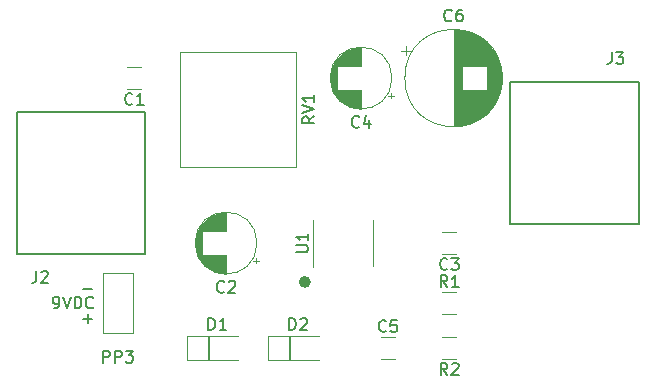
<source format=gbr>
G04 #@! TF.GenerationSoftware,KiCad,Pcbnew,(5.1.5-0-10_14)*
G04 #@! TF.CreationDate,2020-02-11T13:30:23+00:00*
G04 #@! TF.ProjectId,K1889054_A2000_01,4b313838-3930-4353-945f-41323030305f,1.0*
G04 #@! TF.SameCoordinates,Original*
G04 #@! TF.FileFunction,Legend,Top*
G04 #@! TF.FilePolarity,Positive*
%FSLAX46Y46*%
G04 Gerber Fmt 4.6, Leading zero omitted, Abs format (unit mm)*
G04 Created by KiCad (PCBNEW (5.1.5-0-10_14)) date 2020-02-11 13:30:23*
%MOMM*%
%LPD*%
G04 APERTURE LIST*
%ADD10C,0.500000*%
%ADD11C,0.120000*%
%ADD12C,0.150000*%
%ADD13C,0.200000*%
G04 APERTURE END LIST*
D10*
X128780000Y-106780000D02*
G75*
G03X128780000Y-106780000I-250000J0D01*
G01*
D11*
X134310000Y-103490000D02*
X134310000Y-101540000D01*
X134310000Y-103490000D02*
X134310000Y-105440000D01*
X129190000Y-105490000D02*
X129190000Y-101540000D01*
D12*
X104120000Y-104410000D02*
X115020000Y-104410000D01*
X104120000Y-92410000D02*
X115020000Y-92410000D01*
X115020000Y-92410000D02*
X115020000Y-104410000D01*
X104120000Y-104410000D02*
X104120000Y-92410000D01*
D11*
X137110302Y-86805000D02*
X137110302Y-87605000D01*
X136710302Y-87205000D02*
X137510302Y-87205000D01*
X145201000Y-88987000D02*
X145201000Y-90053000D01*
X145161000Y-88752000D02*
X145161000Y-90288000D01*
X145121000Y-88572000D02*
X145121000Y-90468000D01*
X145081000Y-88422000D02*
X145081000Y-90618000D01*
X145041000Y-88291000D02*
X145041000Y-90749000D01*
X145001000Y-88174000D02*
X145001000Y-90866000D01*
X144961000Y-88067000D02*
X144961000Y-90973000D01*
X144921000Y-87968000D02*
X144921000Y-91072000D01*
X144881000Y-87875000D02*
X144881000Y-91165000D01*
X144841000Y-87789000D02*
X144841000Y-91251000D01*
X144801000Y-87707000D02*
X144801000Y-91333000D01*
X144761000Y-87630000D02*
X144761000Y-91410000D01*
X144721000Y-87556000D02*
X144721000Y-91484000D01*
X144681000Y-87486000D02*
X144681000Y-91554000D01*
X144641000Y-87418000D02*
X144641000Y-91622000D01*
X144601000Y-87354000D02*
X144601000Y-91686000D01*
X144561000Y-87292000D02*
X144561000Y-91748000D01*
X144521000Y-87233000D02*
X144521000Y-91807000D01*
X144481000Y-87175000D02*
X144481000Y-91865000D01*
X144441000Y-87120000D02*
X144441000Y-91920000D01*
X144401000Y-87066000D02*
X144401000Y-91974000D01*
X144361000Y-87015000D02*
X144361000Y-92025000D01*
X144321000Y-86964000D02*
X144321000Y-92076000D01*
X144281000Y-86916000D02*
X144281000Y-92124000D01*
X144241000Y-86869000D02*
X144241000Y-92171000D01*
X144201000Y-86823000D02*
X144201000Y-92217000D01*
X144161000Y-86779000D02*
X144161000Y-92261000D01*
X144121000Y-86736000D02*
X144121000Y-92304000D01*
X144081000Y-86694000D02*
X144081000Y-92346000D01*
X144041000Y-86653000D02*
X144041000Y-92387000D01*
X144001000Y-86613000D02*
X144001000Y-92427000D01*
X143961000Y-86575000D02*
X143961000Y-92465000D01*
X143921000Y-86537000D02*
X143921000Y-92503000D01*
X143881000Y-90560000D02*
X143881000Y-92539000D01*
X143881000Y-86501000D02*
X143881000Y-88480000D01*
X143841000Y-90560000D02*
X143841000Y-92575000D01*
X143841000Y-86465000D02*
X143841000Y-88480000D01*
X143801000Y-90560000D02*
X143801000Y-92610000D01*
X143801000Y-86430000D02*
X143801000Y-88480000D01*
X143761000Y-90560000D02*
X143761000Y-92644000D01*
X143761000Y-86396000D02*
X143761000Y-88480000D01*
X143721000Y-90560000D02*
X143721000Y-92676000D01*
X143721000Y-86364000D02*
X143721000Y-88480000D01*
X143681000Y-90560000D02*
X143681000Y-92709000D01*
X143681000Y-86331000D02*
X143681000Y-88480000D01*
X143641000Y-90560000D02*
X143641000Y-92740000D01*
X143641000Y-86300000D02*
X143641000Y-88480000D01*
X143601000Y-90560000D02*
X143601000Y-92770000D01*
X143601000Y-86270000D02*
X143601000Y-88480000D01*
X143561000Y-90560000D02*
X143561000Y-92800000D01*
X143561000Y-86240000D02*
X143561000Y-88480000D01*
X143521000Y-90560000D02*
X143521000Y-92829000D01*
X143521000Y-86211000D02*
X143521000Y-88480000D01*
X143481000Y-90560000D02*
X143481000Y-92858000D01*
X143481000Y-86182000D02*
X143481000Y-88480000D01*
X143441000Y-90560000D02*
X143441000Y-92885000D01*
X143441000Y-86155000D02*
X143441000Y-88480000D01*
X143401000Y-90560000D02*
X143401000Y-92912000D01*
X143401000Y-86128000D02*
X143401000Y-88480000D01*
X143361000Y-90560000D02*
X143361000Y-92938000D01*
X143361000Y-86102000D02*
X143361000Y-88480000D01*
X143321000Y-90560000D02*
X143321000Y-92964000D01*
X143321000Y-86076000D02*
X143321000Y-88480000D01*
X143281000Y-90560000D02*
X143281000Y-92989000D01*
X143281000Y-86051000D02*
X143281000Y-88480000D01*
X143241000Y-90560000D02*
X143241000Y-93013000D01*
X143241000Y-86027000D02*
X143241000Y-88480000D01*
X143201000Y-90560000D02*
X143201000Y-93037000D01*
X143201000Y-86003000D02*
X143201000Y-88480000D01*
X143161000Y-90560000D02*
X143161000Y-93060000D01*
X143161000Y-85980000D02*
X143161000Y-88480000D01*
X143121000Y-90560000D02*
X143121000Y-93082000D01*
X143121000Y-85958000D02*
X143121000Y-88480000D01*
X143081000Y-90560000D02*
X143081000Y-93104000D01*
X143081000Y-85936000D02*
X143081000Y-88480000D01*
X143041000Y-90560000D02*
X143041000Y-93126000D01*
X143041000Y-85914000D02*
X143041000Y-88480000D01*
X143001000Y-90560000D02*
X143001000Y-93147000D01*
X143001000Y-85893000D02*
X143001000Y-88480000D01*
X142961000Y-90560000D02*
X142961000Y-93167000D01*
X142961000Y-85873000D02*
X142961000Y-88480000D01*
X142921000Y-90560000D02*
X142921000Y-93186000D01*
X142921000Y-85854000D02*
X142921000Y-88480000D01*
X142881000Y-90560000D02*
X142881000Y-93206000D01*
X142881000Y-85834000D02*
X142881000Y-88480000D01*
X142841000Y-90560000D02*
X142841000Y-93224000D01*
X142841000Y-85816000D02*
X142841000Y-88480000D01*
X142801000Y-90560000D02*
X142801000Y-93242000D01*
X142801000Y-85798000D02*
X142801000Y-88480000D01*
X142761000Y-90560000D02*
X142761000Y-93260000D01*
X142761000Y-85780000D02*
X142761000Y-88480000D01*
X142721000Y-90560000D02*
X142721000Y-93277000D01*
X142721000Y-85763000D02*
X142721000Y-88480000D01*
X142681000Y-90560000D02*
X142681000Y-93294000D01*
X142681000Y-85746000D02*
X142681000Y-88480000D01*
X142641000Y-90560000D02*
X142641000Y-93310000D01*
X142641000Y-85730000D02*
X142641000Y-88480000D01*
X142601000Y-90560000D02*
X142601000Y-93325000D01*
X142601000Y-85715000D02*
X142601000Y-88480000D01*
X142561000Y-90560000D02*
X142561000Y-93341000D01*
X142561000Y-85699000D02*
X142561000Y-88480000D01*
X142521000Y-90560000D02*
X142521000Y-93355000D01*
X142521000Y-85685000D02*
X142521000Y-88480000D01*
X142481000Y-90560000D02*
X142481000Y-93370000D01*
X142481000Y-85670000D02*
X142481000Y-88480000D01*
X142441000Y-90560000D02*
X142441000Y-93383000D01*
X142441000Y-85657000D02*
X142441000Y-88480000D01*
X142401000Y-90560000D02*
X142401000Y-93397000D01*
X142401000Y-85643000D02*
X142401000Y-88480000D01*
X142361000Y-90560000D02*
X142361000Y-93409000D01*
X142361000Y-85631000D02*
X142361000Y-88480000D01*
X142321000Y-90560000D02*
X142321000Y-93422000D01*
X142321000Y-85618000D02*
X142321000Y-88480000D01*
X142281000Y-90560000D02*
X142281000Y-93434000D01*
X142281000Y-85606000D02*
X142281000Y-88480000D01*
X142241000Y-90560000D02*
X142241000Y-93445000D01*
X142241000Y-85595000D02*
X142241000Y-88480000D01*
X142201000Y-90560000D02*
X142201000Y-93456000D01*
X142201000Y-85584000D02*
X142201000Y-88480000D01*
X142161000Y-90560000D02*
X142161000Y-93467000D01*
X142161000Y-85573000D02*
X142161000Y-88480000D01*
X142121000Y-90560000D02*
X142121000Y-93477000D01*
X142121000Y-85563000D02*
X142121000Y-88480000D01*
X142081000Y-90560000D02*
X142081000Y-93487000D01*
X142081000Y-85553000D02*
X142081000Y-88480000D01*
X142041000Y-90560000D02*
X142041000Y-93496000D01*
X142041000Y-85544000D02*
X142041000Y-88480000D01*
X142001000Y-90560000D02*
X142001000Y-93505000D01*
X142001000Y-85535000D02*
X142001000Y-88480000D01*
X141961000Y-90560000D02*
X141961000Y-93514000D01*
X141961000Y-85526000D02*
X141961000Y-88480000D01*
X141921000Y-90560000D02*
X141921000Y-93522000D01*
X141921000Y-85518000D02*
X141921000Y-88480000D01*
X141881000Y-90560000D02*
X141881000Y-93530000D01*
X141881000Y-85510000D02*
X141881000Y-88480000D01*
X141841000Y-90560000D02*
X141841000Y-93537000D01*
X141841000Y-85503000D02*
X141841000Y-88480000D01*
X141800000Y-85496000D02*
X141800000Y-93544000D01*
X141760000Y-85490000D02*
X141760000Y-93550000D01*
X141720000Y-85483000D02*
X141720000Y-93557000D01*
X141680000Y-85478000D02*
X141680000Y-93562000D01*
X141640000Y-85472000D02*
X141640000Y-93568000D01*
X141600000Y-85468000D02*
X141600000Y-93572000D01*
X141560000Y-85463000D02*
X141560000Y-93577000D01*
X141520000Y-85459000D02*
X141520000Y-93581000D01*
X141480000Y-85455000D02*
X141480000Y-93585000D01*
X141440000Y-85452000D02*
X141440000Y-93588000D01*
X141400000Y-85449000D02*
X141400000Y-93591000D01*
X141360000Y-85446000D02*
X141360000Y-93594000D01*
X141320000Y-85444000D02*
X141320000Y-93596000D01*
X141280000Y-85443000D02*
X141280000Y-93597000D01*
X141240000Y-85441000D02*
X141240000Y-93599000D01*
X141200000Y-85440000D02*
X141200000Y-93600000D01*
X141160000Y-85440000D02*
X141160000Y-93600000D01*
X141120000Y-85440000D02*
X141120000Y-93600000D01*
X145240000Y-89520000D02*
G75*
G03X145240000Y-89520000I-4120000J0D01*
G01*
X127745000Y-87290000D02*
X127745000Y-97060000D01*
X117975000Y-87290000D02*
X117975000Y-97060000D01*
X127745000Y-87290000D02*
X117975000Y-87290000D01*
X127745000Y-97060000D02*
X117975000Y-97060000D01*
X141372064Y-111470000D02*
X140167936Y-111470000D01*
X141372064Y-113290000D02*
X140167936Y-113290000D01*
X140167936Y-109480000D02*
X141372064Y-109480000D01*
X140167936Y-107660000D02*
X141372064Y-107660000D01*
X113970000Y-106030000D02*
X113970000Y-111110000D01*
X111430000Y-106030000D02*
X113970000Y-106030000D01*
X111430000Y-111110000D02*
X111430000Y-106030000D01*
X113970000Y-111110000D02*
X111430000Y-111110000D01*
D12*
X156840000Y-89870000D02*
X145940000Y-89870000D01*
X156840000Y-101870000D02*
X145940000Y-101870000D01*
X145940000Y-101870000D02*
X145940000Y-89870000D01*
X156840000Y-89870000D02*
X156840000Y-101870000D01*
D13*
X127250000Y-111420000D02*
X127250000Y-113320000D01*
D11*
X125390000Y-113380000D02*
X129690000Y-113380000D01*
X125390000Y-111380000D02*
X125390000Y-113380000D01*
X129690000Y-111380000D02*
X125390000Y-111380000D01*
D13*
X120420000Y-111420000D02*
X120420000Y-113320000D01*
D11*
X118560000Y-113380000D02*
X122860000Y-113380000D01*
X118560000Y-111380000D02*
X118560000Y-113380000D01*
X122860000Y-111380000D02*
X118560000Y-111380000D01*
X134957936Y-113290000D02*
X136162064Y-113290000D01*
X134957936Y-111470000D02*
X136162064Y-111470000D01*
X135844775Y-91245000D02*
X135844775Y-90745000D01*
X136094775Y-90995000D02*
X135594775Y-90995000D01*
X130689000Y-89804000D02*
X130689000Y-89236000D01*
X130729000Y-90038000D02*
X130729000Y-89002000D01*
X130769000Y-90197000D02*
X130769000Y-88843000D01*
X130809000Y-90325000D02*
X130809000Y-88715000D01*
X130849000Y-90435000D02*
X130849000Y-88605000D01*
X130889000Y-90531000D02*
X130889000Y-88509000D01*
X130929000Y-90618000D02*
X130929000Y-88422000D01*
X130969000Y-90698000D02*
X130969000Y-88342000D01*
X131009000Y-90771000D02*
X131009000Y-88269000D01*
X131049000Y-90839000D02*
X131049000Y-88201000D01*
X131089000Y-90903000D02*
X131089000Y-88137000D01*
X131129000Y-90963000D02*
X131129000Y-88077000D01*
X131169000Y-91020000D02*
X131169000Y-88020000D01*
X131209000Y-91074000D02*
X131209000Y-87966000D01*
X131249000Y-91125000D02*
X131249000Y-87915000D01*
X131289000Y-88480000D02*
X131289000Y-87867000D01*
X131289000Y-91173000D02*
X131289000Y-90560000D01*
X131329000Y-88480000D02*
X131329000Y-87821000D01*
X131329000Y-91219000D02*
X131329000Y-90560000D01*
X131369000Y-88480000D02*
X131369000Y-87777000D01*
X131369000Y-91263000D02*
X131369000Y-90560000D01*
X131409000Y-88480000D02*
X131409000Y-87735000D01*
X131409000Y-91305000D02*
X131409000Y-90560000D01*
X131449000Y-88480000D02*
X131449000Y-87694000D01*
X131449000Y-91346000D02*
X131449000Y-90560000D01*
X131489000Y-88480000D02*
X131489000Y-87656000D01*
X131489000Y-91384000D02*
X131489000Y-90560000D01*
X131529000Y-88480000D02*
X131529000Y-87619000D01*
X131529000Y-91421000D02*
X131529000Y-90560000D01*
X131569000Y-88480000D02*
X131569000Y-87583000D01*
X131569000Y-91457000D02*
X131569000Y-90560000D01*
X131609000Y-88480000D02*
X131609000Y-87549000D01*
X131609000Y-91491000D02*
X131609000Y-90560000D01*
X131649000Y-88480000D02*
X131649000Y-87516000D01*
X131649000Y-91524000D02*
X131649000Y-90560000D01*
X131689000Y-88480000D02*
X131689000Y-87485000D01*
X131689000Y-91555000D02*
X131689000Y-90560000D01*
X131729000Y-88480000D02*
X131729000Y-87455000D01*
X131729000Y-91585000D02*
X131729000Y-90560000D01*
X131769000Y-88480000D02*
X131769000Y-87425000D01*
X131769000Y-91615000D02*
X131769000Y-90560000D01*
X131809000Y-88480000D02*
X131809000Y-87398000D01*
X131809000Y-91642000D02*
X131809000Y-90560000D01*
X131849000Y-88480000D02*
X131849000Y-87371000D01*
X131849000Y-91669000D02*
X131849000Y-90560000D01*
X131889000Y-88480000D02*
X131889000Y-87345000D01*
X131889000Y-91695000D02*
X131889000Y-90560000D01*
X131929000Y-88480000D02*
X131929000Y-87320000D01*
X131929000Y-91720000D02*
X131929000Y-90560000D01*
X131969000Y-88480000D02*
X131969000Y-87296000D01*
X131969000Y-91744000D02*
X131969000Y-90560000D01*
X132009000Y-88480000D02*
X132009000Y-87273000D01*
X132009000Y-91767000D02*
X132009000Y-90560000D01*
X132049000Y-88480000D02*
X132049000Y-87252000D01*
X132049000Y-91788000D02*
X132049000Y-90560000D01*
X132089000Y-88480000D02*
X132089000Y-87230000D01*
X132089000Y-91810000D02*
X132089000Y-90560000D01*
X132129000Y-88480000D02*
X132129000Y-87210000D01*
X132129000Y-91830000D02*
X132129000Y-90560000D01*
X132169000Y-88480000D02*
X132169000Y-87191000D01*
X132169000Y-91849000D02*
X132169000Y-90560000D01*
X132209000Y-88480000D02*
X132209000Y-87172000D01*
X132209000Y-91868000D02*
X132209000Y-90560000D01*
X132249000Y-88480000D02*
X132249000Y-87155000D01*
X132249000Y-91885000D02*
X132249000Y-90560000D01*
X132289000Y-88480000D02*
X132289000Y-87138000D01*
X132289000Y-91902000D02*
X132289000Y-90560000D01*
X132329000Y-88480000D02*
X132329000Y-87122000D01*
X132329000Y-91918000D02*
X132329000Y-90560000D01*
X132369000Y-88480000D02*
X132369000Y-87106000D01*
X132369000Y-91934000D02*
X132369000Y-90560000D01*
X132409000Y-88480000D02*
X132409000Y-87092000D01*
X132409000Y-91948000D02*
X132409000Y-90560000D01*
X132449000Y-88480000D02*
X132449000Y-87078000D01*
X132449000Y-91962000D02*
X132449000Y-90560000D01*
X132489000Y-88480000D02*
X132489000Y-87065000D01*
X132489000Y-91975000D02*
X132489000Y-90560000D01*
X132529000Y-88480000D02*
X132529000Y-87052000D01*
X132529000Y-91988000D02*
X132529000Y-90560000D01*
X132569000Y-88480000D02*
X132569000Y-87040000D01*
X132569000Y-92000000D02*
X132569000Y-90560000D01*
X132610000Y-88480000D02*
X132610000Y-87029000D01*
X132610000Y-92011000D02*
X132610000Y-90560000D01*
X132650000Y-88480000D02*
X132650000Y-87019000D01*
X132650000Y-92021000D02*
X132650000Y-90560000D01*
X132690000Y-88480000D02*
X132690000Y-87009000D01*
X132690000Y-92031000D02*
X132690000Y-90560000D01*
X132730000Y-88480000D02*
X132730000Y-87000000D01*
X132730000Y-92040000D02*
X132730000Y-90560000D01*
X132770000Y-88480000D02*
X132770000Y-86992000D01*
X132770000Y-92048000D02*
X132770000Y-90560000D01*
X132810000Y-88480000D02*
X132810000Y-86984000D01*
X132810000Y-92056000D02*
X132810000Y-90560000D01*
X132850000Y-88480000D02*
X132850000Y-86977000D01*
X132850000Y-92063000D02*
X132850000Y-90560000D01*
X132890000Y-88480000D02*
X132890000Y-86970000D01*
X132890000Y-92070000D02*
X132890000Y-90560000D01*
X132930000Y-88480000D02*
X132930000Y-86964000D01*
X132930000Y-92076000D02*
X132930000Y-90560000D01*
X132970000Y-88480000D02*
X132970000Y-86959000D01*
X132970000Y-92081000D02*
X132970000Y-90560000D01*
X133010000Y-88480000D02*
X133010000Y-86955000D01*
X133010000Y-92085000D02*
X133010000Y-90560000D01*
X133050000Y-88480000D02*
X133050000Y-86951000D01*
X133050000Y-92089000D02*
X133050000Y-90560000D01*
X133090000Y-88480000D02*
X133090000Y-86947000D01*
X133090000Y-92093000D02*
X133090000Y-90560000D01*
X133130000Y-88480000D02*
X133130000Y-86944000D01*
X133130000Y-92096000D02*
X133130000Y-90560000D01*
X133170000Y-88480000D02*
X133170000Y-86942000D01*
X133170000Y-92098000D02*
X133170000Y-90560000D01*
X133210000Y-88480000D02*
X133210000Y-86941000D01*
X133210000Y-92099000D02*
X133210000Y-90560000D01*
X133250000Y-92100000D02*
X133250000Y-90560000D01*
X133250000Y-88480000D02*
X133250000Y-86940000D01*
X133290000Y-92100000D02*
X133290000Y-90560000D01*
X133290000Y-88480000D02*
X133290000Y-86940000D01*
X135910000Y-89520000D02*
G75*
G03X135910000Y-89520000I-2620000J0D01*
G01*
X141372064Y-102580000D02*
X140167936Y-102580000D01*
X141372064Y-104400000D02*
X140167936Y-104400000D01*
X124414775Y-105215000D02*
X124414775Y-104715000D01*
X124664775Y-104965000D02*
X124164775Y-104965000D01*
X119259000Y-103774000D02*
X119259000Y-103206000D01*
X119299000Y-104008000D02*
X119299000Y-102972000D01*
X119339000Y-104167000D02*
X119339000Y-102813000D01*
X119379000Y-104295000D02*
X119379000Y-102685000D01*
X119419000Y-104405000D02*
X119419000Y-102575000D01*
X119459000Y-104501000D02*
X119459000Y-102479000D01*
X119499000Y-104588000D02*
X119499000Y-102392000D01*
X119539000Y-104668000D02*
X119539000Y-102312000D01*
X119579000Y-104741000D02*
X119579000Y-102239000D01*
X119619000Y-104809000D02*
X119619000Y-102171000D01*
X119659000Y-104873000D02*
X119659000Y-102107000D01*
X119699000Y-104933000D02*
X119699000Y-102047000D01*
X119739000Y-104990000D02*
X119739000Y-101990000D01*
X119779000Y-105044000D02*
X119779000Y-101936000D01*
X119819000Y-105095000D02*
X119819000Y-101885000D01*
X119859000Y-102450000D02*
X119859000Y-101837000D01*
X119859000Y-105143000D02*
X119859000Y-104530000D01*
X119899000Y-102450000D02*
X119899000Y-101791000D01*
X119899000Y-105189000D02*
X119899000Y-104530000D01*
X119939000Y-102450000D02*
X119939000Y-101747000D01*
X119939000Y-105233000D02*
X119939000Y-104530000D01*
X119979000Y-102450000D02*
X119979000Y-101705000D01*
X119979000Y-105275000D02*
X119979000Y-104530000D01*
X120019000Y-102450000D02*
X120019000Y-101664000D01*
X120019000Y-105316000D02*
X120019000Y-104530000D01*
X120059000Y-102450000D02*
X120059000Y-101626000D01*
X120059000Y-105354000D02*
X120059000Y-104530000D01*
X120099000Y-102450000D02*
X120099000Y-101589000D01*
X120099000Y-105391000D02*
X120099000Y-104530000D01*
X120139000Y-102450000D02*
X120139000Y-101553000D01*
X120139000Y-105427000D02*
X120139000Y-104530000D01*
X120179000Y-102450000D02*
X120179000Y-101519000D01*
X120179000Y-105461000D02*
X120179000Y-104530000D01*
X120219000Y-102450000D02*
X120219000Y-101486000D01*
X120219000Y-105494000D02*
X120219000Y-104530000D01*
X120259000Y-102450000D02*
X120259000Y-101455000D01*
X120259000Y-105525000D02*
X120259000Y-104530000D01*
X120299000Y-102450000D02*
X120299000Y-101425000D01*
X120299000Y-105555000D02*
X120299000Y-104530000D01*
X120339000Y-102450000D02*
X120339000Y-101395000D01*
X120339000Y-105585000D02*
X120339000Y-104530000D01*
X120379000Y-102450000D02*
X120379000Y-101368000D01*
X120379000Y-105612000D02*
X120379000Y-104530000D01*
X120419000Y-102450000D02*
X120419000Y-101341000D01*
X120419000Y-105639000D02*
X120419000Y-104530000D01*
X120459000Y-102450000D02*
X120459000Y-101315000D01*
X120459000Y-105665000D02*
X120459000Y-104530000D01*
X120499000Y-102450000D02*
X120499000Y-101290000D01*
X120499000Y-105690000D02*
X120499000Y-104530000D01*
X120539000Y-102450000D02*
X120539000Y-101266000D01*
X120539000Y-105714000D02*
X120539000Y-104530000D01*
X120579000Y-102450000D02*
X120579000Y-101243000D01*
X120579000Y-105737000D02*
X120579000Y-104530000D01*
X120619000Y-102450000D02*
X120619000Y-101222000D01*
X120619000Y-105758000D02*
X120619000Y-104530000D01*
X120659000Y-102450000D02*
X120659000Y-101200000D01*
X120659000Y-105780000D02*
X120659000Y-104530000D01*
X120699000Y-102450000D02*
X120699000Y-101180000D01*
X120699000Y-105800000D02*
X120699000Y-104530000D01*
X120739000Y-102450000D02*
X120739000Y-101161000D01*
X120739000Y-105819000D02*
X120739000Y-104530000D01*
X120779000Y-102450000D02*
X120779000Y-101142000D01*
X120779000Y-105838000D02*
X120779000Y-104530000D01*
X120819000Y-102450000D02*
X120819000Y-101125000D01*
X120819000Y-105855000D02*
X120819000Y-104530000D01*
X120859000Y-102450000D02*
X120859000Y-101108000D01*
X120859000Y-105872000D02*
X120859000Y-104530000D01*
X120899000Y-102450000D02*
X120899000Y-101092000D01*
X120899000Y-105888000D02*
X120899000Y-104530000D01*
X120939000Y-102450000D02*
X120939000Y-101076000D01*
X120939000Y-105904000D02*
X120939000Y-104530000D01*
X120979000Y-102450000D02*
X120979000Y-101062000D01*
X120979000Y-105918000D02*
X120979000Y-104530000D01*
X121019000Y-102450000D02*
X121019000Y-101048000D01*
X121019000Y-105932000D02*
X121019000Y-104530000D01*
X121059000Y-102450000D02*
X121059000Y-101035000D01*
X121059000Y-105945000D02*
X121059000Y-104530000D01*
X121099000Y-102450000D02*
X121099000Y-101022000D01*
X121099000Y-105958000D02*
X121099000Y-104530000D01*
X121139000Y-102450000D02*
X121139000Y-101010000D01*
X121139000Y-105970000D02*
X121139000Y-104530000D01*
X121180000Y-102450000D02*
X121180000Y-100999000D01*
X121180000Y-105981000D02*
X121180000Y-104530000D01*
X121220000Y-102450000D02*
X121220000Y-100989000D01*
X121220000Y-105991000D02*
X121220000Y-104530000D01*
X121260000Y-102450000D02*
X121260000Y-100979000D01*
X121260000Y-106001000D02*
X121260000Y-104530000D01*
X121300000Y-102450000D02*
X121300000Y-100970000D01*
X121300000Y-106010000D02*
X121300000Y-104530000D01*
X121340000Y-102450000D02*
X121340000Y-100962000D01*
X121340000Y-106018000D02*
X121340000Y-104530000D01*
X121380000Y-102450000D02*
X121380000Y-100954000D01*
X121380000Y-106026000D02*
X121380000Y-104530000D01*
X121420000Y-102450000D02*
X121420000Y-100947000D01*
X121420000Y-106033000D02*
X121420000Y-104530000D01*
X121460000Y-102450000D02*
X121460000Y-100940000D01*
X121460000Y-106040000D02*
X121460000Y-104530000D01*
X121500000Y-102450000D02*
X121500000Y-100934000D01*
X121500000Y-106046000D02*
X121500000Y-104530000D01*
X121540000Y-102450000D02*
X121540000Y-100929000D01*
X121540000Y-106051000D02*
X121540000Y-104530000D01*
X121580000Y-102450000D02*
X121580000Y-100925000D01*
X121580000Y-106055000D02*
X121580000Y-104530000D01*
X121620000Y-102450000D02*
X121620000Y-100921000D01*
X121620000Y-106059000D02*
X121620000Y-104530000D01*
X121660000Y-102450000D02*
X121660000Y-100917000D01*
X121660000Y-106063000D02*
X121660000Y-104530000D01*
X121700000Y-102450000D02*
X121700000Y-100914000D01*
X121700000Y-106066000D02*
X121700000Y-104530000D01*
X121740000Y-102450000D02*
X121740000Y-100912000D01*
X121740000Y-106068000D02*
X121740000Y-104530000D01*
X121780000Y-102450000D02*
X121780000Y-100911000D01*
X121780000Y-106069000D02*
X121780000Y-104530000D01*
X121820000Y-106070000D02*
X121820000Y-104530000D01*
X121820000Y-102450000D02*
X121820000Y-100910000D01*
X121860000Y-106070000D02*
X121860000Y-104530000D01*
X121860000Y-102450000D02*
X121860000Y-100910000D01*
X124480000Y-103490000D02*
G75*
G03X124480000Y-103490000I-2620000J0D01*
G01*
X114702064Y-88610000D02*
X113497936Y-88610000D01*
X114702064Y-90430000D02*
X113497936Y-90430000D01*
D12*
X127802380Y-104251904D02*
X128611904Y-104251904D01*
X128707142Y-104204285D01*
X128754761Y-104156666D01*
X128802380Y-104061428D01*
X128802380Y-103870952D01*
X128754761Y-103775714D01*
X128707142Y-103728095D01*
X128611904Y-103680476D01*
X127802380Y-103680476D01*
X128802380Y-102680476D02*
X128802380Y-103251904D01*
X128802380Y-102966190D02*
X127802380Y-102966190D01*
X127945238Y-103061428D01*
X128040476Y-103156666D01*
X128088095Y-103251904D01*
X105786666Y-105862380D02*
X105786666Y-106576666D01*
X105739047Y-106719523D01*
X105643809Y-106814761D01*
X105500952Y-106862380D01*
X105405714Y-106862380D01*
X106215238Y-105957619D02*
X106262857Y-105910000D01*
X106358095Y-105862380D01*
X106596190Y-105862380D01*
X106691428Y-105910000D01*
X106739047Y-105957619D01*
X106786666Y-106052857D01*
X106786666Y-106148095D01*
X106739047Y-106290952D01*
X106167619Y-106862380D01*
X106786666Y-106862380D01*
X140953333Y-84627142D02*
X140905714Y-84674761D01*
X140762857Y-84722380D01*
X140667619Y-84722380D01*
X140524761Y-84674761D01*
X140429523Y-84579523D01*
X140381904Y-84484285D01*
X140334285Y-84293809D01*
X140334285Y-84150952D01*
X140381904Y-83960476D01*
X140429523Y-83865238D01*
X140524761Y-83770000D01*
X140667619Y-83722380D01*
X140762857Y-83722380D01*
X140905714Y-83770000D01*
X140953333Y-83817619D01*
X141810476Y-83722380D02*
X141620000Y-83722380D01*
X141524761Y-83770000D01*
X141477142Y-83817619D01*
X141381904Y-83960476D01*
X141334285Y-84150952D01*
X141334285Y-84531904D01*
X141381904Y-84627142D01*
X141429523Y-84674761D01*
X141524761Y-84722380D01*
X141715238Y-84722380D01*
X141810476Y-84674761D01*
X141858095Y-84627142D01*
X141905714Y-84531904D01*
X141905714Y-84293809D01*
X141858095Y-84198571D01*
X141810476Y-84150952D01*
X141715238Y-84103333D01*
X141524761Y-84103333D01*
X141429523Y-84150952D01*
X141381904Y-84198571D01*
X141334285Y-84293809D01*
X129327380Y-92770238D02*
X128851190Y-93103571D01*
X129327380Y-93341666D02*
X128327380Y-93341666D01*
X128327380Y-92960714D01*
X128375000Y-92865476D01*
X128422619Y-92817857D01*
X128517857Y-92770238D01*
X128660714Y-92770238D01*
X128755952Y-92817857D01*
X128803571Y-92865476D01*
X128851190Y-92960714D01*
X128851190Y-93341666D01*
X128327380Y-92484523D02*
X129327380Y-92151190D01*
X128327380Y-91817857D01*
X129327380Y-90960714D02*
X129327380Y-91532142D01*
X129327380Y-91246428D02*
X128327380Y-91246428D01*
X128470238Y-91341666D01*
X128565476Y-91436904D01*
X128613095Y-91532142D01*
X140603333Y-114652380D02*
X140270000Y-114176190D01*
X140031904Y-114652380D02*
X140031904Y-113652380D01*
X140412857Y-113652380D01*
X140508095Y-113700000D01*
X140555714Y-113747619D01*
X140603333Y-113842857D01*
X140603333Y-113985714D01*
X140555714Y-114080952D01*
X140508095Y-114128571D01*
X140412857Y-114176190D01*
X140031904Y-114176190D01*
X140984285Y-113747619D02*
X141031904Y-113700000D01*
X141127142Y-113652380D01*
X141365238Y-113652380D01*
X141460476Y-113700000D01*
X141508095Y-113747619D01*
X141555714Y-113842857D01*
X141555714Y-113938095D01*
X141508095Y-114080952D01*
X140936666Y-114652380D01*
X141555714Y-114652380D01*
X140603333Y-107202380D02*
X140270000Y-106726190D01*
X140031904Y-107202380D02*
X140031904Y-106202380D01*
X140412857Y-106202380D01*
X140508095Y-106250000D01*
X140555714Y-106297619D01*
X140603333Y-106392857D01*
X140603333Y-106535714D01*
X140555714Y-106630952D01*
X140508095Y-106678571D01*
X140412857Y-106726190D01*
X140031904Y-106726190D01*
X141555714Y-107202380D02*
X140984285Y-107202380D01*
X141270000Y-107202380D02*
X141270000Y-106202380D01*
X141174761Y-106345238D01*
X141079523Y-106440476D01*
X140984285Y-106488095D01*
X111461904Y-113602380D02*
X111461904Y-112602380D01*
X111842857Y-112602380D01*
X111938095Y-112650000D01*
X111985714Y-112697619D01*
X112033333Y-112792857D01*
X112033333Y-112935714D01*
X111985714Y-113030952D01*
X111938095Y-113078571D01*
X111842857Y-113126190D01*
X111461904Y-113126190D01*
X112461904Y-113602380D02*
X112461904Y-112602380D01*
X112842857Y-112602380D01*
X112938095Y-112650000D01*
X112985714Y-112697619D01*
X113033333Y-112792857D01*
X113033333Y-112935714D01*
X112985714Y-113030952D01*
X112938095Y-113078571D01*
X112842857Y-113126190D01*
X112461904Y-113126190D01*
X113366666Y-112602380D02*
X113985714Y-112602380D01*
X113652380Y-112983333D01*
X113795238Y-112983333D01*
X113890476Y-113030952D01*
X113938095Y-113078571D01*
X113985714Y-113173809D01*
X113985714Y-113411904D01*
X113938095Y-113507142D01*
X113890476Y-113554761D01*
X113795238Y-113602380D01*
X113509523Y-113602380D01*
X113414285Y-113554761D01*
X113366666Y-113507142D01*
X107270952Y-109022380D02*
X107461428Y-109022380D01*
X107556666Y-108974761D01*
X107604285Y-108927142D01*
X107699523Y-108784285D01*
X107747142Y-108593809D01*
X107747142Y-108212857D01*
X107699523Y-108117619D01*
X107651904Y-108070000D01*
X107556666Y-108022380D01*
X107366190Y-108022380D01*
X107270952Y-108070000D01*
X107223333Y-108117619D01*
X107175714Y-108212857D01*
X107175714Y-108450952D01*
X107223333Y-108546190D01*
X107270952Y-108593809D01*
X107366190Y-108641428D01*
X107556666Y-108641428D01*
X107651904Y-108593809D01*
X107699523Y-108546190D01*
X107747142Y-108450952D01*
X108032857Y-108022380D02*
X108366190Y-109022380D01*
X108699523Y-108022380D01*
X109032857Y-109022380D02*
X109032857Y-108022380D01*
X109270952Y-108022380D01*
X109413809Y-108070000D01*
X109509047Y-108165238D01*
X109556666Y-108260476D01*
X109604285Y-108450952D01*
X109604285Y-108593809D01*
X109556666Y-108784285D01*
X109509047Y-108879523D01*
X109413809Y-108974761D01*
X109270952Y-109022380D01*
X109032857Y-109022380D01*
X110604285Y-108927142D02*
X110556666Y-108974761D01*
X110413809Y-109022380D01*
X110318571Y-109022380D01*
X110175714Y-108974761D01*
X110080476Y-108879523D01*
X110032857Y-108784285D01*
X109985238Y-108593809D01*
X109985238Y-108450952D01*
X110032857Y-108260476D01*
X110080476Y-108165238D01*
X110175714Y-108070000D01*
X110318571Y-108022380D01*
X110413809Y-108022380D01*
X110556666Y-108070000D01*
X110604285Y-108117619D01*
X109779047Y-107371428D02*
X110540952Y-107371428D01*
X109779047Y-109911428D02*
X110540952Y-109911428D01*
X110160000Y-110292380D02*
X110160000Y-109530476D01*
X154506666Y-87322380D02*
X154506666Y-88036666D01*
X154459047Y-88179523D01*
X154363809Y-88274761D01*
X154220952Y-88322380D01*
X154125714Y-88322380D01*
X154887619Y-87322380D02*
X155506666Y-87322380D01*
X155173333Y-87703333D01*
X155316190Y-87703333D01*
X155411428Y-87750952D01*
X155459047Y-87798571D01*
X155506666Y-87893809D01*
X155506666Y-88131904D01*
X155459047Y-88227142D01*
X155411428Y-88274761D01*
X155316190Y-88322380D01*
X155030476Y-88322380D01*
X154935238Y-88274761D01*
X154887619Y-88227142D01*
X127201904Y-110832380D02*
X127201904Y-109832380D01*
X127440000Y-109832380D01*
X127582857Y-109880000D01*
X127678095Y-109975238D01*
X127725714Y-110070476D01*
X127773333Y-110260952D01*
X127773333Y-110403809D01*
X127725714Y-110594285D01*
X127678095Y-110689523D01*
X127582857Y-110784761D01*
X127440000Y-110832380D01*
X127201904Y-110832380D01*
X128154285Y-109927619D02*
X128201904Y-109880000D01*
X128297142Y-109832380D01*
X128535238Y-109832380D01*
X128630476Y-109880000D01*
X128678095Y-109927619D01*
X128725714Y-110022857D01*
X128725714Y-110118095D01*
X128678095Y-110260952D01*
X128106666Y-110832380D01*
X128725714Y-110832380D01*
X120371904Y-110832380D02*
X120371904Y-109832380D01*
X120610000Y-109832380D01*
X120752857Y-109880000D01*
X120848095Y-109975238D01*
X120895714Y-110070476D01*
X120943333Y-110260952D01*
X120943333Y-110403809D01*
X120895714Y-110594285D01*
X120848095Y-110689523D01*
X120752857Y-110784761D01*
X120610000Y-110832380D01*
X120371904Y-110832380D01*
X121895714Y-110832380D02*
X121324285Y-110832380D01*
X121610000Y-110832380D02*
X121610000Y-109832380D01*
X121514761Y-109975238D01*
X121419523Y-110070476D01*
X121324285Y-110118095D01*
X135393333Y-110917142D02*
X135345714Y-110964761D01*
X135202857Y-111012380D01*
X135107619Y-111012380D01*
X134964761Y-110964761D01*
X134869523Y-110869523D01*
X134821904Y-110774285D01*
X134774285Y-110583809D01*
X134774285Y-110440952D01*
X134821904Y-110250476D01*
X134869523Y-110155238D01*
X134964761Y-110060000D01*
X135107619Y-110012380D01*
X135202857Y-110012380D01*
X135345714Y-110060000D01*
X135393333Y-110107619D01*
X136298095Y-110012380D02*
X135821904Y-110012380D01*
X135774285Y-110488571D01*
X135821904Y-110440952D01*
X135917142Y-110393333D01*
X136155238Y-110393333D01*
X136250476Y-110440952D01*
X136298095Y-110488571D01*
X136345714Y-110583809D01*
X136345714Y-110821904D01*
X136298095Y-110917142D01*
X136250476Y-110964761D01*
X136155238Y-111012380D01*
X135917142Y-111012380D01*
X135821904Y-110964761D01*
X135774285Y-110917142D01*
X133123333Y-93627142D02*
X133075714Y-93674761D01*
X132932857Y-93722380D01*
X132837619Y-93722380D01*
X132694761Y-93674761D01*
X132599523Y-93579523D01*
X132551904Y-93484285D01*
X132504285Y-93293809D01*
X132504285Y-93150952D01*
X132551904Y-92960476D01*
X132599523Y-92865238D01*
X132694761Y-92770000D01*
X132837619Y-92722380D01*
X132932857Y-92722380D01*
X133075714Y-92770000D01*
X133123333Y-92817619D01*
X133980476Y-93055714D02*
X133980476Y-93722380D01*
X133742380Y-92674761D02*
X133504285Y-93389047D01*
X134123333Y-93389047D01*
X140603333Y-105667142D02*
X140555714Y-105714761D01*
X140412857Y-105762380D01*
X140317619Y-105762380D01*
X140174761Y-105714761D01*
X140079523Y-105619523D01*
X140031904Y-105524285D01*
X139984285Y-105333809D01*
X139984285Y-105190952D01*
X140031904Y-105000476D01*
X140079523Y-104905238D01*
X140174761Y-104810000D01*
X140317619Y-104762380D01*
X140412857Y-104762380D01*
X140555714Y-104810000D01*
X140603333Y-104857619D01*
X140936666Y-104762380D02*
X141555714Y-104762380D01*
X141222380Y-105143333D01*
X141365238Y-105143333D01*
X141460476Y-105190952D01*
X141508095Y-105238571D01*
X141555714Y-105333809D01*
X141555714Y-105571904D01*
X141508095Y-105667142D01*
X141460476Y-105714761D01*
X141365238Y-105762380D01*
X141079523Y-105762380D01*
X140984285Y-105714761D01*
X140936666Y-105667142D01*
X121693333Y-107597142D02*
X121645714Y-107644761D01*
X121502857Y-107692380D01*
X121407619Y-107692380D01*
X121264761Y-107644761D01*
X121169523Y-107549523D01*
X121121904Y-107454285D01*
X121074285Y-107263809D01*
X121074285Y-107120952D01*
X121121904Y-106930476D01*
X121169523Y-106835238D01*
X121264761Y-106740000D01*
X121407619Y-106692380D01*
X121502857Y-106692380D01*
X121645714Y-106740000D01*
X121693333Y-106787619D01*
X122074285Y-106787619D02*
X122121904Y-106740000D01*
X122217142Y-106692380D01*
X122455238Y-106692380D01*
X122550476Y-106740000D01*
X122598095Y-106787619D01*
X122645714Y-106882857D01*
X122645714Y-106978095D01*
X122598095Y-107120952D01*
X122026666Y-107692380D01*
X122645714Y-107692380D01*
X113933333Y-91697142D02*
X113885714Y-91744761D01*
X113742857Y-91792380D01*
X113647619Y-91792380D01*
X113504761Y-91744761D01*
X113409523Y-91649523D01*
X113361904Y-91554285D01*
X113314285Y-91363809D01*
X113314285Y-91220952D01*
X113361904Y-91030476D01*
X113409523Y-90935238D01*
X113504761Y-90840000D01*
X113647619Y-90792380D01*
X113742857Y-90792380D01*
X113885714Y-90840000D01*
X113933333Y-90887619D01*
X114885714Y-91792380D02*
X114314285Y-91792380D01*
X114600000Y-91792380D02*
X114600000Y-90792380D01*
X114504761Y-90935238D01*
X114409523Y-91030476D01*
X114314285Y-91078095D01*
M02*

</source>
